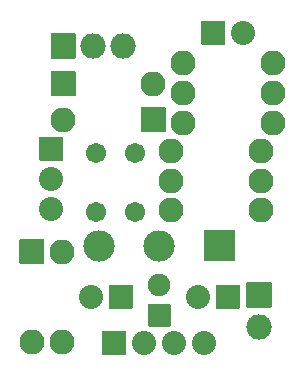
<source format=gts>
G04 #@! TF.GenerationSoftware,KiCad,Pcbnew,(5.99.0-1200-g9ab2fcda7)*
G04 #@! TF.CreationDate,2020-04-02T19:41:38+03:00*
G04 #@! TF.ProjectId,superduro,73757065-7264-4757-926f-2e6b69636164,rev?*
G04 #@! TF.SameCoordinates,Original*
G04 #@! TF.FileFunction,Soldermask,Top*
G04 #@! TF.FilePolarity,Negative*
%FSLAX46Y46*%
G04 Gerber Fmt 4.6, Leading zero omitted, Abs format (unit mm)*
G04 Created by KiCad (PCBNEW (5.99.0-1200-g9ab2fcda7)) date 2020-04-02 19:41:38*
%MOMM*%
%LPD*%
G01*
G04 APERTURE LIST*
%ADD10O,2.032400X2.032400*%
%ADD11C,1.702000*%
%ADD12O,2.102000X2.102000*%
%ADD13O,2.134000X2.134000*%
%ADD14O,2.642000X2.642000*%
%ADD15C,1.902000*%
G04 APERTURE END LIST*
D10*
X80772000Y-50546000D03*
G36*
G01*
X77215800Y-51511200D02*
X77215800Y-49580800D01*
G75*
G02*
X77266800Y-49529800I51000J0D01*
G01*
X79197200Y-49529800D01*
G75*
G02*
X79248200Y-49580800I0J-51000D01*
G01*
X79248200Y-51511200D01*
G75*
G02*
X79197200Y-51562200I-51000J0D01*
G01*
X77266800Y-51562200D01*
G75*
G02*
X77215800Y-51511200I0J51000D01*
G01*
G37*
X77470000Y-76835000D03*
X74930000Y-76835000D03*
X72390000Y-76835000D03*
G36*
G01*
X68833800Y-77800200D02*
X68833800Y-75869800D01*
G75*
G02*
X68884800Y-75818800I51000J0D01*
G01*
X70815200Y-75818800D01*
G75*
G02*
X70866200Y-75869800I0J-51000D01*
G01*
X70866200Y-77800200D01*
G75*
G02*
X70815200Y-77851200I-51000J0D01*
G01*
X68884800Y-77851200D01*
G75*
G02*
X68833800Y-77800200I0J51000D01*
G01*
G37*
D11*
X71628000Y-60722500D03*
X71628000Y-65722500D03*
X68326000Y-60722500D03*
X68326000Y-65722500D03*
D12*
X82296000Y-63119000D03*
X74676000Y-63119000D03*
D13*
X70612000Y-51689000D03*
X68072000Y-51689000D03*
G36*
G01*
X64465000Y-52705000D02*
X64465000Y-50673000D01*
G75*
G02*
X64516000Y-50622000I51000J0D01*
G01*
X66548000Y-50622000D01*
G75*
G02*
X66599000Y-50673000I0J-51000D01*
G01*
X66599000Y-52705000D01*
G75*
G02*
X66548000Y-52756000I-51000J0D01*
G01*
X64516000Y-52756000D01*
G75*
G02*
X64465000Y-52705000I0J51000D01*
G01*
G37*
D12*
X83312000Y-55626000D03*
X75692000Y-55626000D03*
X75692000Y-58166000D03*
X83312000Y-58166000D03*
G36*
G01*
X61865000Y-68037000D02*
X63865000Y-68037000D01*
G75*
G02*
X63916000Y-68088000I0J-51000D01*
G01*
X63916000Y-70088000D01*
G75*
G02*
X63865000Y-70139000I-51000J0D01*
G01*
X61865000Y-70139000D01*
G75*
G02*
X61814000Y-70088000I0J51000D01*
G01*
X61814000Y-68088000D01*
G75*
G02*
X61865000Y-68037000I51000J0D01*
G01*
G37*
X62865000Y-76708000D03*
G36*
G01*
X64481000Y-55864000D02*
X64481000Y-53864000D01*
G75*
G02*
X64532000Y-53813000I51000J0D01*
G01*
X66532000Y-53813000D01*
G75*
G02*
X66583000Y-53864000I0J-51000D01*
G01*
X66583000Y-55864000D01*
G75*
G02*
X66532000Y-55915000I-51000J0D01*
G01*
X64532000Y-55915000D01*
G75*
G02*
X64481000Y-55864000I0J51000D01*
G01*
G37*
X73152000Y-54864000D03*
G36*
G01*
X74203000Y-56912000D02*
X74203000Y-58912000D01*
G75*
G02*
X74152000Y-58963000I-51000J0D01*
G01*
X72152000Y-58963000D01*
G75*
G02*
X72101000Y-58912000I0J51000D01*
G01*
X72101000Y-56912000D01*
G75*
G02*
X72152000Y-56861000I51000J0D01*
G01*
X74152000Y-56861000D01*
G75*
G02*
X74203000Y-56912000I0J-51000D01*
G01*
G37*
X65532000Y-57912000D03*
D10*
X67868800Y-72898000D03*
G36*
G01*
X71425000Y-71932800D02*
X71425000Y-73863200D01*
G75*
G02*
X71374000Y-73914200I-51000J0D01*
G01*
X69443600Y-73914200D01*
G75*
G02*
X69392600Y-73863200I0J51000D01*
G01*
X69392600Y-71932800D01*
G75*
G02*
X69443600Y-71881800I51000J0D01*
G01*
X71374000Y-71881800D01*
G75*
G02*
X71425000Y-71932800I0J-51000D01*
G01*
G37*
D13*
X82105500Y-75438000D03*
G36*
G01*
X83172500Y-71755000D02*
X83172500Y-73787000D01*
G75*
G02*
X83121500Y-73838000I-51000J0D01*
G01*
X81089500Y-73838000D01*
G75*
G02*
X81038500Y-73787000I0J51000D01*
G01*
X81038500Y-71755000D01*
G75*
G02*
X81089500Y-71704000I51000J0D01*
G01*
X83121500Y-71704000D01*
G75*
G02*
X83172500Y-71755000I0J-51000D01*
G01*
G37*
D14*
X68580000Y-68580000D03*
X73660000Y-68580000D03*
G36*
G01*
X80061000Y-67310000D02*
X80061000Y-69850000D01*
G75*
G02*
X80010000Y-69901000I-51000J0D01*
G01*
X77470000Y-69901000D01*
G75*
G02*
X77419000Y-69850000I0J51000D01*
G01*
X77419000Y-67310000D01*
G75*
G02*
X77470000Y-67259000I51000J0D01*
G01*
X80010000Y-67259000D01*
G75*
G02*
X80061000Y-67310000I0J-51000D01*
G01*
G37*
D10*
X64516000Y-65468500D03*
X64516000Y-62928500D03*
G36*
G01*
X65481200Y-61404700D02*
X63550800Y-61404700D01*
G75*
G02*
X63499800Y-61353700I0J51000D01*
G01*
X63499800Y-59423300D01*
G75*
G02*
X63550800Y-59372300I51000J0D01*
G01*
X65481200Y-59372300D01*
G75*
G02*
X65532200Y-59423300I0J-51000D01*
G01*
X65532200Y-61353700D01*
G75*
G02*
X65481200Y-61404700I-51000J0D01*
G01*
G37*
D12*
X65405000Y-69088000D03*
X65405000Y-76708000D03*
X82296000Y-65532000D03*
X74676000Y-65532000D03*
X83312000Y-53086000D03*
X75692000Y-53086000D03*
X82296000Y-60579000D03*
X74676000Y-60579000D03*
D15*
X73660000Y-71945500D03*
G36*
G01*
X74560000Y-75436500D02*
X72760000Y-75436500D01*
G75*
G02*
X72709000Y-75385500I0J51000D01*
G01*
X72709000Y-73585500D01*
G75*
G02*
X72760000Y-73534500I51000J0D01*
G01*
X74560000Y-73534500D01*
G75*
G02*
X74611000Y-73585500I0J-51000D01*
G01*
X74611000Y-75385500D01*
G75*
G02*
X74560000Y-75436500I-51000J0D01*
G01*
G37*
D10*
X76898500Y-72898000D03*
G36*
G01*
X80454700Y-71932800D02*
X80454700Y-73863200D01*
G75*
G02*
X80403700Y-73914200I-51000J0D01*
G01*
X78473300Y-73914200D01*
G75*
G02*
X78422300Y-73863200I0J51000D01*
G01*
X78422300Y-71932800D01*
G75*
G02*
X78473300Y-71881800I51000J0D01*
G01*
X80403700Y-71881800D01*
G75*
G02*
X80454700Y-71932800I0J-51000D01*
G01*
G37*
M02*

</source>
